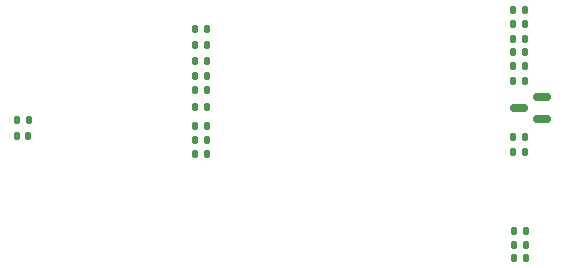
<source format=gbr>
%TF.GenerationSoftware,KiCad,Pcbnew,(6.0.8)*%
%TF.CreationDate,2022-11-06T21:15:53+08:00*%
%TF.ProjectId,JLinkV9-mini,4a4c696e-6b56-4392-9d6d-696e692e6b69,hinsshum*%
%TF.SameCoordinates,Original*%
%TF.FileFunction,Paste,Bot*%
%TF.FilePolarity,Positive*%
%FSLAX46Y46*%
G04 Gerber Fmt 4.6, Leading zero omitted, Abs format (unit mm)*
G04 Created by KiCad (PCBNEW (6.0.8)) date 2022-11-06 21:15:53*
%MOMM*%
%LPD*%
G01*
G04 APERTURE LIST*
G04 Aperture macros list*
%AMRoundRect*
0 Rectangle with rounded corners*
0 $1 Rounding radius*
0 $2 $3 $4 $5 $6 $7 $8 $9 X,Y pos of 4 corners*
0 Add a 4 corners polygon primitive as box body*
4,1,4,$2,$3,$4,$5,$6,$7,$8,$9,$2,$3,0*
0 Add four circle primitives for the rounded corners*
1,1,$1+$1,$2,$3*
1,1,$1+$1,$4,$5*
1,1,$1+$1,$6,$7*
1,1,$1+$1,$8,$9*
0 Add four rect primitives between the rounded corners*
20,1,$1+$1,$2,$3,$4,$5,0*
20,1,$1+$1,$4,$5,$6,$7,0*
20,1,$1+$1,$6,$7,$8,$9,0*
20,1,$1+$1,$8,$9,$2,$3,0*%
G04 Aperture macros list end*
%ADD10RoundRect,0.135000X0.135000X0.185000X-0.135000X0.185000X-0.135000X-0.185000X0.135000X-0.185000X0*%
%ADD11RoundRect,0.150000X0.587500X0.150000X-0.587500X0.150000X-0.587500X-0.150000X0.587500X-0.150000X0*%
%ADD12RoundRect,0.135000X-0.135000X-0.185000X0.135000X-0.185000X0.135000X0.185000X-0.135000X0.185000X0*%
%ADD13RoundRect,0.140000X-0.140000X-0.170000X0.140000X-0.170000X0.140000X0.170000X-0.140000X0.170000X0*%
G04 APERTURE END LIST*
D10*
%TO.C,R14*%
X117810000Y-76500000D03*
X116790000Y-76500000D03*
%TD*%
%TO.C,R21*%
X117810000Y-81300000D03*
X116790000Y-81300000D03*
%TD*%
%TO.C,R10*%
X117810000Y-87300000D03*
X116790000Y-87300000D03*
%TD*%
D11*
%TO.C,Q1*%
X119237500Y-82650000D03*
X119237500Y-84550000D03*
X117362500Y-83600000D03*
%TD*%
D12*
%TO.C,R18*%
X89890000Y-79600000D03*
X90910000Y-79600000D03*
%TD*%
%TO.C,R27*%
X89890000Y-86300000D03*
X90910000Y-86300000D03*
%TD*%
%TO.C,R19*%
X89890000Y-76900000D03*
X90910000Y-76900000D03*
%TD*%
D10*
%TO.C,R11*%
X117910000Y-94000000D03*
X116890000Y-94000000D03*
%TD*%
D12*
%TO.C,R16*%
X89890000Y-85100000D03*
X90910000Y-85100000D03*
%TD*%
%TO.C,R31*%
X116890000Y-95200000D03*
X117910000Y-95200000D03*
%TD*%
%TO.C,R28*%
X89880000Y-78300000D03*
X90900000Y-78300000D03*
%TD*%
D13*
%TO.C,C1*%
X74820000Y-86000000D03*
X75780000Y-86000000D03*
%TD*%
D12*
%TO.C,R29*%
X116790000Y-78900000D03*
X117810000Y-78900000D03*
%TD*%
D10*
%TO.C,R15*%
X117810000Y-75300000D03*
X116790000Y-75300000D03*
%TD*%
%TO.C,R1*%
X75810000Y-84600000D03*
X74790000Y-84600000D03*
%TD*%
D12*
%TO.C,R13*%
X89890000Y-80900000D03*
X90910000Y-80900000D03*
%TD*%
%TO.C,R12*%
X89890000Y-82100000D03*
X90910000Y-82100000D03*
%TD*%
%TO.C,R17*%
X89890000Y-87500000D03*
X90910000Y-87500000D03*
%TD*%
%TO.C,R22*%
X116790000Y-86100000D03*
X117810000Y-86100000D03*
%TD*%
D10*
%TO.C,R26*%
X117810000Y-77800000D03*
X116790000Y-77800000D03*
%TD*%
D12*
%TO.C,R25*%
X89890000Y-83500000D03*
X90910000Y-83500000D03*
%TD*%
D10*
%TO.C,R20*%
X117810000Y-80100000D03*
X116790000Y-80100000D03*
%TD*%
D12*
%TO.C,R30*%
X116890000Y-96300000D03*
X117910000Y-96300000D03*
%TD*%
M02*

</source>
